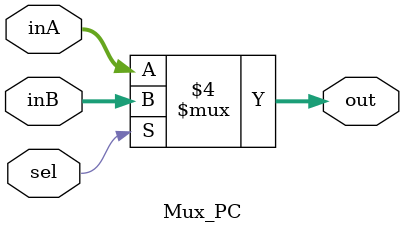
<source format=v>
`timescale 1ns / 1ps


module Mux_PC(
    out,
    inA,
    inB,
    sel
    );

    output reg [31:0] out;
    
    input [31:0] inA;
    input [31:0] inB;
    input sel;

    always @(*)begin 
    
        if (sel == 1) begin 
            out <= inB;
        end
        else begin
            out <= inA;
        end
    
    end

endmodule

</source>
